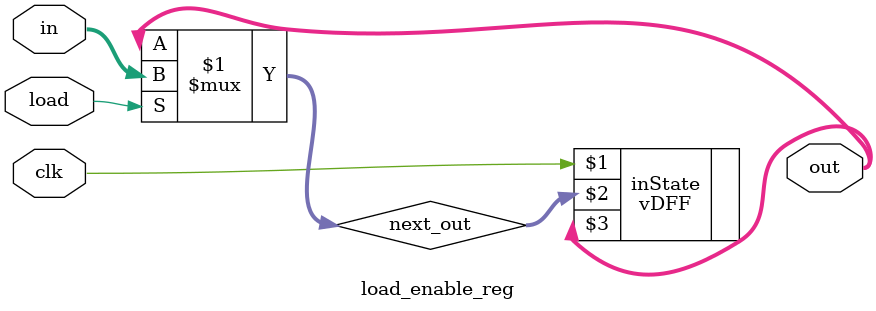
<source format=v>
module load_enable_reg(clk, in, load, out);
	parameter n = 16;
	input clk, load;
	input [n-1:0] in;
	output [n-1:0] out;
	
	wire [n-1:0] next_out;
	wire [n-1:0] out;
	
	//Load the input as the next value to send to decoder if load is 1.
	assign next_out = load ? in : out;
	
	//Update the output on rising edge of clk.
	vDFF #(n) inState(clk, next_out, out);
	
endmodule
</source>
